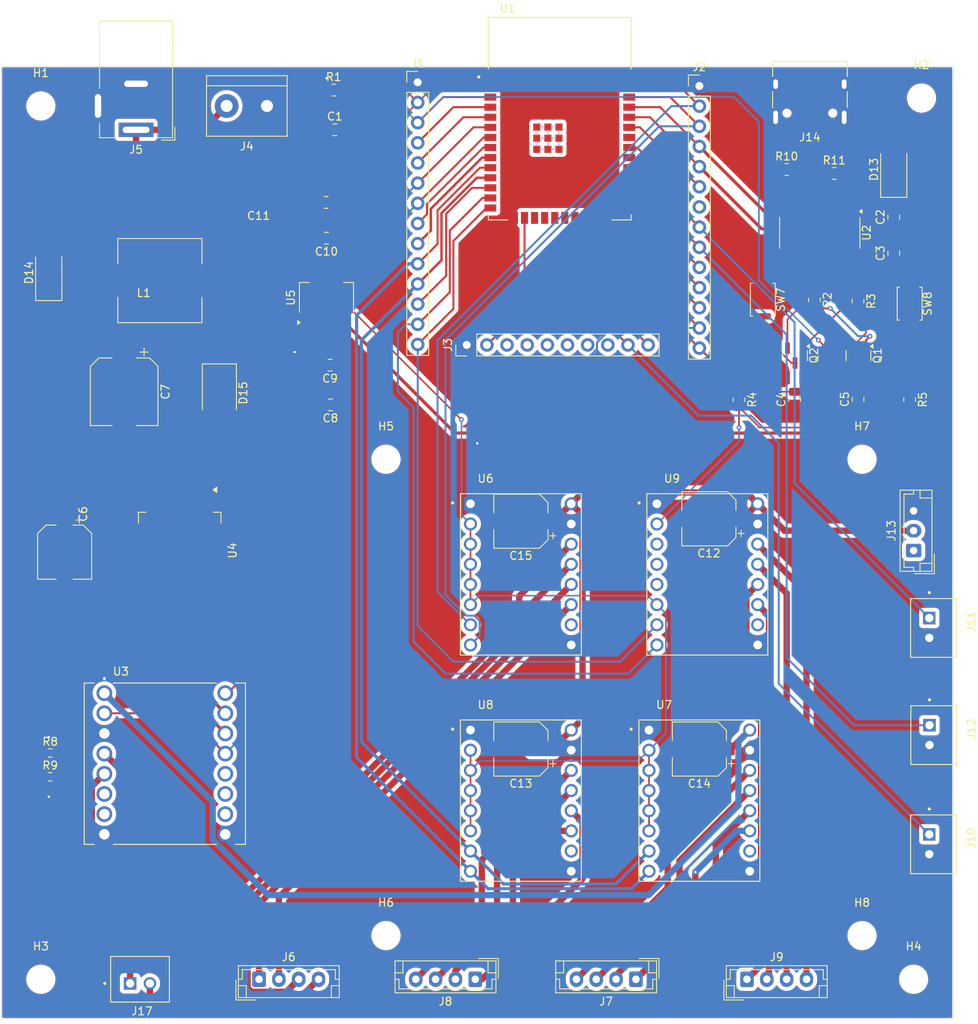
<source format=kicad_pcb>
(kicad_pcb (version 20241229) (generator "pcbnew") (generator_version "9.0")
  (layers (0 "F.Cu" signal) (2 "B.Cu" signal) (13 "F.Paste" user) (15 "B.Paste" user) (5 "F.SilkS" user "F.Silkscreen") (7 "B.SilkS" user "B.Silkscreen") (1 "F.Mask" user) (3 "B.Mask" user) (25 "Edge.Cuts" user))
  (net 0 "")
  (net 1 "GND")
  (net 2 "/EN")
  (net 3 "/3V3")
  (net 4 "Net-(U2-V3)")
  (net 5 "/0")
  (net 6 "Net-(D14-K)")
  (net 7 "/5V")
  (net 9 "/12V_P")
  (net 10 "/VBUSC")
  (net 11 "/12V")
  (net 12 "Net-(D15-K)")
  (net 13 "/25")
  (net 14 "/12")
  (net 15 "/14")
  (net 16 "/39")
  (net 17 "/36")
  (net 18 "/35")
  (net 19 "/27")
  (net 20 "/32")
  (net 21 "/26")
  (net 22 "/33")
  (net 23 "/34")
  (net 24 "/23")
  (net 25 "/21")
  (net 26 "/TXD")
  (net 28 "/22")
  (net 29 "/4")
  (net 30 "/18")
  (net 31 "/16")
  (net 32 "/17")
  (net 33 "/19")
  (net 34 "/RXD")
  (net 35 "/5")
  (net 39 "/2")
  (net 42 "/15")
  (net 44 "/13")
  (net 45 "/SM2_A1")
  (net 46 "/SM2_B1")
  (net 47 "/SM2_A2")
  (net 48 "/SM2_B2")
  (net 49 "/SM3_B2")
  (net 50 "/SM3_B1")
  (net 51 "/SM3_A1")
  (net 52 "/SM3_A2")
  (net 53 "/SM4_B1")
  (net 54 "/SM4_B2")
  (net 55 "/SM4_A1")
  (net 56 "/SM4_A2")
  (net 57 "/SM1_A2")
  (net 58 "/SM1_A1")
  (net 59 "/SM1_B2")
  (net 60 "/SM1_B1")
  (net 62 "/CC1")
  (net 63 "/DN1")
  (net 64 "/CC2")
  (net 65 "/DP1")
  (net 66 "/~{RTS}")
  (net 67 "Net-(Q1-Pad1)")
  (net 68 "Net-(Q2-Pad1)")
  (net 69 "/~{DTR}")
  (net 70 "Net-(U3-AI1)")
  (net 71 "Net-(U3-AI2)")
  (net 79 "/M1A")
  (net 80 "/M1B")
  (footprint "Motor Drivers:MODULE_ROB-14450" (layer "F.Cu") (at 70.626 137.85)
    (property "Reference" "U3")
    (property "Value" "TB6612FNG H-bridge Motor Driver")
  )
  (footprint "Resistor_SMD:R_0805_2012Metric" (layer "F.Cu") (at 149 63)
    (property "Reference" "R10")
    (property "Value" "5.1K")
  )
  (footprint "DRV8825_STEPPER_MOTOR_DRIVER_CARRIER (1):IC_DRV8825_STEPPER_MOTOR_DRIVER_CARRIER" (layer "F.Cu") (at 138 142.5)
    (property "Reference" "U7")
    (property "Value" "DRV8825_STEPPER_MOTOR_DRIVER_CARRIER")
  )
  (footprint "Package_TO_SOT_SMD:SOT-23" (layer "F.Cu") (at 150.05 86.4375 -90)
    (property "Reference" "Q2")
    (property "Value" "SS8050")
  )
  (footprint "2 Pin JST_Power&Motors:JST_B2B-XH-A_LF__SN_" (layer "F.Cu") (at 167.5 148 -90)
    (property "Reference" "J10")
    (property "Value" "B2B-XH-A_LF__SN_")
  )
  (footprint "Connector_JST:JST_EH_B4B-EH-A_1x04_P2.50mm_Vertical" (layer "F.Cu") (at 109.75 165 180)
    (property "Reference" "J8")
    (property "Value" "Conn_01x04_Pin")
  )
  (footprint "MountingHole:MountingHole_3.2mm_M3" (layer "F.Cu") (at 165 165)
    (property "Reference" "H4")
    (property "Value" "MountingHole")
  )
  (footprint "MountingHole:MountingHole_3.2mm_M3" (layer "F.Cu") (at 158.5 99.5)
    (property "Reference" "H7")
    (property "Value" "MountingHole")
  )
  (footprint "2 Pin JST_Power&Motors:JST_B2B-XH-A_LF__SN_" (layer "F.Cu") (at 167.5 120.75 -90)
    (property "Reference" "J11")
    (property "Value" "B2B-XH-A_LF__SN_")
  )
  (footprint "Resistor_SMD:R_0805_2012Metric" (layer "F.Cu") (at 155 63.5)
    (property "Reference" "R11")
    (property "Value" "5.1K")
  )
  (footprint "2 Pin JST_Power&Motors:JST_B2B-XH-A_LF__SN_" (layer "F.Cu") (at 67.5 165)
    (property "Reference" "J17")
    (property "Value" "B2B-XH-A_LF__SN_")
  )
  (footprint "Capacitor_SMD:C_0805_2012Metric" (layer "F.Cu") (at 92.05 58)
    (property "Reference" "C1")
    (property "Value" "0.1uF")
  )
  (footprint "MountingHole:MountingHole_3.2mm_M3" (layer "F.Cu") (at 166 54)
    (property "Reference" "H2")
    (property "Value" "MountingHole")
  )
  (footprint "Capacitor_SMD:C_0805_2012Metric" (layer "F.Cu") (at 91 71.65 180)
    (property "Reference" "C10")
    (property "Value" "0.1uF")
  )
  (footprint "Connector_PinHeader_2.54mm:PinHeader_1x10_P2.54mm_Vertical" (layer "F.Cu") (at 108.68 85.1 90)
    (property "Reference" "J3")
    (property "Value" "Conn_01x10" (hide yes))
  )
  (footprint "Capacitor_SMD:C_0805_2012Metric" (layer "F.Cu") (at 158 91.95 90)
    (property "Reference" "C5")
    (property "Value" "0.1uF")
  )
  (footprint "MountingHole:MountingHole_3.2mm_M3" (layer "F.Cu") (at 55 165)
    (property "Reference" "H3")
    (property "Value" "MountingHole")
  )
  (footprint "Capacitor_SMD:CP_Elec_6.3x7.7" (layer "F.Cu") (at 58 111.2 -90)
    (property "Reference" "C6")
    (property "Value" "100uF")
  )
  (footprint "Capacitor_SMD:C_0805_2012Metric" (layer "F.Cu") (at 162.5 73.55 90)
    (property "Reference" "C3")
    (property "Value" "0.1uF")
  )
  (footprint "MountingHole:MountingHole_3.2mm_M3" (layer "F.Cu") (at 98.5 99.5)
    (property "Reference" "H5")
    (property "Value" "MountingHole")
  )
  (footprint "Connector_PinHeader_2.54mm:PinHeader_1x14_P2.54mm_Vertical" (layer "F.Cu") (at 102.5 52.02)
    (property "Reference" "J1")
    (property "Value" "Conn_01x14")
  )
  (footprint "Resistor_SMD:R_0805_2012Metric" (layer "F.Cu") (at 158 79.5875 -90)
    (property "Reference" "R3")
    (property "Value" "10K")
  )
  (footprint "2 Pin JST_Power&Motors:JST_B2B-XH-A_LF__SN_" (layer "F.Cu") (at 167.525 134.25 -90)
    (property "Reference" "J12")
    (property "Value" "B2B-XH-A_LF__SN_")
  )
  (footprint "Capacitor_SMD:C_0805_2012Metric" (layer "F.Cu") (at 91.45 87.65 180)
    (property "Reference" "C9")
    (property "Value" "0.1uF")
  )
  (footprint "Diode_SMD:D_SMB" (layer "F.Cu") (at 77.5 91.15 -90)
    (property "Reference" "D15")
    (property "Value" "SS34")
  )
  (footprint "Connector_JST:JST_EH_B4B-EH-A_1x04_P2.50mm_Vertical" (layer "F.Cu") (at 144 165)
    (property "Reference" "J9")
    (property "Value" "Conn_01x04_Pin")
  )
  (footprint "MountingHole:MountingHole_3.2mm_M3" (layer "F.Cu") (at 55 55)
    (property "Reference" "H1")
    (property "Value" "MountingHole")
  )
  (footprint "Package_TO_SOT_SMD:TO-263-5_TabPin3" (layer "F.Cu") (at 72.5 111 -90)
    (property "Reference" "U4")
    (property "Value" "LM2576S-5")
  )
  (footprint "Package_TO_SOT_SMD:SOT-23" (layer "F.Cu") (at 158.05 86.4375 -90)
    (property "Reference" "Q1")
    (property "Value" "SS8050")
  )
  (footprint "ESP32-WROOM:XCVR_ESP32-WROOM-32E__4MB_HIGH_TEMP_" (layer "F.Cu") (at 120.405 56.6)
    (property "Reference" "U1")
    (property "Value" "ESP32-WROOM-32E" (hide yes))
  )
  (footprint "Connector_JST:JST_EH_B4B-EH-A_1x04_P2.50mm_Vertical" (layer "F.Cu") (at 82.5 165)
    (property "Reference" "J6")
    (property "Value" "Conn_01x04_Pin")
  )
  (footprint "DRV8825_STEPPER_MOTOR_DRIVER_CARRIER (1):IC_DRV8825_STEPPER_MOTOR_DRIVER_CARRIER" (layer "F.Cu") (at 139 114)
    (property "Reference" "U9")
    (property "Value" "DRV8825_STEPPER_MOTOR_DRIVER_CARRIER")
  )
  (footprint "Connector_JST:JST_EH_B4B-EH-A_1x04_P2.50mm_Vertical" (layer "F.Cu") (at 130 165 180)
    (property "Reference" "J7")
    (property "Value" "Conn_01x04_Pin")
  )
  (footprint "Button_Switch_SMD:SW_Push_SPST_NO_Alps_SKRK" (layer "F.Cu") (at 146 79.4 -90)
    (property "Reference" "SW7")
    (property "Value" "SW_0")
  )
  (footprint "DRV8825_STEPPER_MOTOR_DRIVER_CARRIER (1):IC_DRV8825_STEPPER_MOTOR_DRIVER_CARRIER" (layer "F.Cu") (at 115.5 114)
    (property "Reference" "U6")
    (property "Value" "DRV8825_STEPPER_MOTOR_DRIVER_CARRIER")
  )
  (footprint "Resistor_SMD:R_0603_1608Metric" (layer "F.Cu") (at 56.175 139.5)
    (property "Reference" "R9")
    (property "Value" "1k")
  )
  (footprint "Connector_USB:USB_C_Receptacle_HRO_TYPE-C-31-M-12" (layer "F.Cu") (at 151.93 53.3 180)
    (property "Reference" "J14")
    (property "Value" "USB_C_Receptacle_USB2.0_16P")
  )
  (footprint "MountingHole:MountingHole_3.2mm_M3" (layer "F.Cu") (at 158.5 159.5)
    (property "Reference" "H8")
    (property "Value" "MountingHole")
  )
  (footprint "Connector_BarrelJack:BarrelJack_Wuerth_6941xx301002" (layer "F.Cu") (at 67 58 180)
    (property "Reference" "J5")
    (property "Value" "DCJ200-10-A-XX-X_REVA")
  )
  (footprint "Package_SO:SOIC-16_3.9x9.9mm_P1.27mm" (layer "F.Cu") (at 153.175 70.975 -90)
    (property "Reference" "U2")
    (property "Value" "CH340C")
  )
  (footprint "Capacitor_SMD:C_0805_2012Metric" (layer "F.Cu") (at 150 91.95 90)
    (property "Reference" "C4")
    (property "Value" "0.1uF")
  )
  (footprint "Capacitor_SMD:CP_Elec_6.3x7.7" (layer "F.Cu") (at 138 136 180)
    (property "Reference" "C14")
    (property "Value" "100u")
  )
  (footprint "Resistor_SMD:R_0805_2012Metric" (layer "F.Cu") (at 91.9125 53)
    (property "Reference" "R1")
    (property "Value" "10K")
  )
  (footprint "Resistor_SMD:R_0805_2012Metric" (layer "F.Cu") (at 164.5 92 -90)
    (property "Reference" "R5")
    (property "Value" "10K")
  )
  (footprint "Button_Switch_SMD:SW_Push_SPST_NO_Alps_SKRK" (layer "F.Cu") (at 164.5 79.9 -90)
    (property "Reference" "SW8")
    (property "Value" "SW_EN")
  )
  (footprint "Resistor_SMD:R_0805_2012Metric" (layer "F.Cu") (at 152.5 79.4125 -90)
    (property "Reference" "R2")
    (property "Value" "10K")
  )
  (footprint "Capacitor_SMD:CP_Elec_6.3x7.7" (layer "F.Cu") (at 115.5 136 180)
    (property "Reference" "C13")
    (property "Value" "100u")
  )
  (footprint "Connector_JST:JST_EH_B3B-EH-A_1x03_P2.50mm_Vertical" (layer "F.Cu") (at 165 111 90)
    (property "Reference" "J13")
    (property "Value" "Conn_01x03_Pin")
  )
  (footprint "DRV8825_STEPPER_MOTOR_DRIVER_CARRIER (1):IC_DRV8825_STEPPER_MOTOR_DRIVER_CARRIER" (layer "F.Cu") (at 115.5 142.5)
    (property "Reference" "U8")
    (property "Value" "DRV8825_STEPPER_MOTOR_DRIVER_CARRIER")
  )
  (footprint "Connector_PinHeader_2.54mm:PinHeader_1x14_P2.54mm_Vertical" (layer "F.Cu") (at 138 52.48)
    (property "Reference" "J2")
    (property "Value" "Conn_01x14")
  )
  (footprint "Diode_SMD:D_SMA" (layer "F.Cu") (at 162.5 63 90)
    (property "Reference" "D13")
    (property "Value" "SS14")
  )
  (footprint "Diode_SMD:D_SMA" (layer "F.Cu") (at 56 76 90)
    (property "Reference" "D14")
    (property "Value" "SS24")
  )
  (footprint "Capacitor_SMD:CP_Elec_8x10" (layer "F.Cu") (at 65.5 91 -90)
    (property "Reference" "C7")
    (property "Value" "470uF")
  )
  (footprint "Resistor_SMD:R_0603_1608Metric" (layer "F.Cu") (at 56.175 136.5)
    (property "Reference" "R8")
    (property "Value" "1k")
  )
  (footprint "Capacitor_SMD:C_0805_2012Metric" (layer "F.Cu") (at 90.95 67.15 180)
    (property "Reference" "C11")
    (property "Value" "22uF")
  )
  (footprint "MountingHole:MountingHole_3.2mm_M3" (layer "F.Cu") (at 98.5 159.5)
    (property "Reference" "H6")
    (property "Value" "MountingHole")
  )
  (footprint "Capacitor_SMD:CP_Elec_6.3x7.7" (layer "F.Cu") (at 139.2 107 180)
    (property "Reference" "C12")
    (property "Value" "100u")
  )
  (footprint "Resistor_SMD:R_0805_2012Metric" (layer "F.Cu") (at 143 92 -90)
    (property "Reference" "R4")
    (property "Value" "10K")
  )
  (footprint "Inductor_SMD:L_10.4x10.4_H4.8" (layer "F.Cu") (at 70 77 180)
    (property "Reference" "L1")
    (property "Value" "100uH")
  )
  (footprint "Capacitor_SMD:C_0805_2012Metric" (layer "F.Cu") (at 91.5 92.65 180)
    (property "Reference" "C8")
    (property "Value" "10uF")
  )
  (footprint "Package_TO_SOT_SMD:SOT-223-3_TabPin2" (layer "F.Cu") (at 91 79.15 90)
    (property "Reference" "U5")
    (property "Value" "AMS1117-3.3")
  )
  (footprint "TerminalBlock:TerminalBlock_bornier-2_P5.08mm" (layer "F.Cu") (at 83.5 55 180)
    (property "Reference" "J4")
    (property "Value" "Screw_Terminal_01x02")
  )
  (footprint "Capacitor_SMD:CP_Elec_6.3x7.7" (layer "F.Cu") (at 115.5 107.3 180)
    (property "Reference" "C15")
    (property "Value" "100u")
  )
  (footprint "Capacitor_SMD:C_0805_2012Metric" (layer "F.Cu") (at 162.5 69 90)
    (property "Reference" "C2")
    (property "Value" "0.1uF")
  )
  (gr_rect (start 50 50) (end 170 170) (stroke (width 0.05)) (fill no) (layer "Edge.Cuts"))
  (segment (start 134.04 136) (end 131.65 133.61) (width 0.8) (layer "F.Cu") (net 1))
  (segment (start 90 67.15) (end 90 61) (width 0.2) (layer "F.Cu") (net 1))
  (segment (start 135.3 136) (end 134.04 136) (width 0.8) (layer "F.Cu") (net 1))
  (segment (start 70.140576 106.251) (end 72.249 106.251) (width 0.8) (layer "F.Cu") (net 1))
  (segment (start 69.1 103.35) (end 69.1 105.210424) (width 0.8) (layer "F.Cu") (net 1))
  (segment (start 69.1 105.210424) (end 70.140576 106.251) (width 0.8) (layer "F.Cu") (net 1))
  (segment (start 72.5 106) (end 72.5 103.35) (width 0.8) (layer "F.Cu") (net 1))
  (segment (start 90 61) (end 93 58) (width 0.2) (layer "F.Cu") (net 1))
  (segment (start 72.249 106.251) (end 72.5 106) (width 0.8) (layer "F.Cu") (net 1))
  (segment (start 105.72 53.88) (end 102.5 57.1) (width 0.25) (layer "F.Cu") (net 2))
  (segment (start 158 91) (end 164.4125 91) (width 0.2) (layer "F.Cu") (net 2))
  (segment (start 158.05 87.375) (end 155.875 87.375) (width 0.2) (layer "F.Cu") (net 2))
  (segment (start 158.05 90.95) (end 158 91) (width 0.2) (layer "F.Cu") (net 2))
  (segment (start 91.1 53.6) (end 91.1 58) (width 0.2) (layer "F.Cu") (net 2))
  (segment (start 91 51.5) (end 91 53) (width 0.2) (layer "F.Cu") (net 2))
  (segment (start 91 53) (end 91 53.5) (width 0.2) (layer "F.Cu") (net 2))
  (segment (start 155.875 87.375) (end 153 84.5) (width 0.2) (layer "F.Cu") (net 2))
  (segment (start 111.655 53.88) (end 105.72 53.88) (width 0.25) (layer "F.Cu") (net 2))
  (segment (start 158.05 87.375) (end 158.05 90.95) (width 0.2) (layer "F.Cu") (net 2))
  (segment (start 164.5 82) (end 159.5 87) (width 0.2) (layer "F.Cu") (net 2))
  (segment (start 158.425 87) (end 158.05 87.375) (width 0.2) (layer "F.Cu") (net 2))
  (segment (start 164.4125 91) (end 164.5 91.0875) (width 0.2) (layer "F.Cu") (net 2))
  (segment (start 91 53.5) (end 91.1 53.6) (width 0.2) (layer "F.Cu") (net 2))
  (segment (start 159.5 87) (end 158.425 87) (width 0.2) (layer "F.Cu") (net 2))
  (via (at 153 84.5) (size 0.6) (drill 0.3) (layers "F.Cu" "B.Cu") (net 2))
  (via (at 91 51.5) (size 0.6) (drill 0.3) (layers "F.Cu" "B.Cu") (net 2))
  (segment (start 96.9 51.5) (end 91 51.5) (width 0.2) (layer "B.Cu") (net 2))
  (segment (start 145.5 77) (end 145.5 57) (width 0.2) (layer "B.Cu") (net 2))
  (segment (start 145.5 57) (end 142.369 53.869) (width 0.2) (layer "B.Cu") (net 2))
  (segment (start 142.369 53.869) (end 105.731 53.869) (width 0.2) (layer "B.Cu") (net 2))
  (segment (start 105.731 53.869) (end 102.5 57.1) (width 0.2) (layer "B.Cu") (net 2))
  (segment (start 102.5 57.1) (end 96.9 51.5) (width 0.2) (layer "B.Cu") (net 2))
  (segment (start 153 84.5) (end 145.5 77) (width 0.2) (layer "B.Cu") (net 2))
  (segment (start 102.5 54.56) (end 100.94 53) (width 0.2) (layer "F.Cu") (net 3))
  (segment (start 165.801 91.6115) (end 164.5 92.9125) (width 0.2) (layer "F.Cu") (net 3))
  (segment (start 161.9125 95.5) (end 145.5 95.5) (width 0.2) (layer "F.Cu") (net 3))
  (segment (start 143 92.9125) (end 143 95.5) (width 0.2) (layer "F.Cu") (net 3))
  (segment (start 109.15 117.81) (end 109.15 115.27) (width 0.2) (layer "F.Cu") (net 3))
  (segment (start 109.15 112.73) (end 109.15 107.65) (width 0.2) (layer "F.Cu") (net 3))
  (segment (start 91 76) (end 91 82.3) (width 0.2) (layer "F.Cu") (net 3))
  (segment (start 111.655 52.61) (end 104.45 52.61) (width 0.2) (layer "F.Cu") (net 3))
  (segment (start 164.5 92.9125) (end 161.9125 95.5) (width 0.2) (layer "F.Cu") (net 3))
  (segment (start 94.499 80.999) (end 108 94.5) (width 0.2) (layer "F.Cu") (net 3))
  (segment (start 157.62 73.45) (end 161.12 69.95) (width 0.2) (layer "F.Cu") (net 3))
  (segment (start 91.9 67.15) (end 91.9 71.6) (width 0.2) (layer "F.Cu") (net 3))
  (segment (start 109.15 136.15) (end 109.15 146.31) (width 0.2) (layer "F.Cu") (net 3))
  (segment (start 145.5 95.5) (end 145.5 95.4125) (width 0.2) (layer "F.Cu") (net 3))
  (segment (start 157.919999 73.45) (end 165.801 81.331001) (width 0.2) (layer "F.Cu") (net 3))
  (segment (start 91.599 82.899) (end 91 82.3) (width 0.2) (layer "F.Cu") (net 3))
  (segment (start 91.9 65.16) (end 102.5 54.56) (width 0.2) (layer "F.Cu") (net 3))
  (segment (start 109.15 112.73) (end 109.15 117.81) (width 0.2) (layer "F.Cu") (net 3))
  (segment (start 131.65 136.15) (end 131.65 146.31) (width 0.2) (layer "F.Cu") (net 3))
  (segment (start 90.7 82.3) (end 91 82.3) (width 0.25) (layer "F.Cu") (net 3))
  (segment (start 108.72 136.58) (end 109.15 136.15) (width 0.25) (layer "F.Cu") (net 3))
  (segment (start 157.62 73.45) (end 157.919999 73.45) (width 0.2) (layer "F.Cu") (net 3))
  (segment (start 165.801 81.331001) (end 165.801 91.6115) (width 0.2) (layer "F.Cu") (net 3))
  (segment (start 73.166 131.5) (end 78.246 136.58) (width 0.25) (layer "F.Cu") (net 3))
  (segment (start 91 82.3) (end 92.301 80.999) (width 0.2) (layer "F.Cu") (net 3))
  (segment (start 145.5 95.4125) (end 143 92.9125) (width 0.2) (layer "F.Cu") (net 3))
  (segment (start 102.5 54.56) (end 102.54 54.6) (width 0.3) (layer "F.Cu") (net 3))
  (segment (start 92.301 80.999) (end 94.499 80.999) (width 0.2) (layer "F.Cu") (net 3))
  (segment (start 100.94 53) (end 92.825 53) (width 0.2) (layer "F.Cu") (net 3))
  (segment (start 91.9 71.6) (end 91.95 71.65) (width 0.2) (layer "F.Cu") (net 3))
  (segment (start 91.95 71.65) (end 91.95 75.05) (width 0.2) (layer "F.Cu") (net 3))
  (segment (start 109.15 110.19) (end 108.47884 110.19) (width 0.2) (layer "F.Cu") (net 3))
  (segment (start 109.15 115.27) (end 109.15 112.73) (width 0.2) (layer "F.Cu") (net 3))
  (segment (start 63.006 131.5) (end 73.166 131.5) (width 0.25) (layer "F.Cu") (net 3))
  (segment (start 91.9 67.15) (end 91.9 65.16) (width 0.2) (layer "F.Cu") (net 3))
  (segment (start 104.45 52.61) (end 102.5 54.56) (width 0.2) (layer "F.Cu") (net 3))
  (segment (start 161.12 69.95) (end 162.5 69.95) (width 0.2) (layer "F.Cu") (net 3))
  (segment (start 91.95 75.05) (end 91 76) (width 0.2) (layer "F.Cu") (net 3))
  (segment (start 87 86) (end 90.7 82.3) (width 0.25) (layer "F.Cu") (net 3))
  (via (at 108 94.5) (size 0.6) (drill 0.3) (layers "F.Cu" "B.Cu") (net 3))
  (via (at 87 86) (size 0.6) (drill 0.3) (layers "F.Cu" "B.Cu") (net 3))
  (via (at 143 95.5) (size 0.6) (drill 0.3) (layers "F.Cu" "B.Cu") (net 3))
  (segment (start 109.15 117.81) (end 110.276 116.684) (width 0.2) (layer "B.Cu") (net 3))
  (segment (start 131.65 136.15) (end 133.776 134.024) (width 0.2) (layer "B.Cu") (net 3))
  (segment (start 109.15 138.69) (end 110.34 137.5) (width 0.2) (layer "B.Cu") (net 3))
  (segment (start 131.524 116.684) (end 132.65 117.81) (width 0.2) (layer "B.Cu") (net 3))
  (segment (start 133.776 134.024) (end 133.776 118.936) (width 0.2) (layer "B.Cu") (net 3))
  (segment (start 143 95.5) (end 143 97.3) (width 0.2) (layer "B.Cu") (net 3))
  (segment (start 108.024 94.524) (end 108.024 106.524) (width 0.2) (layer "B.Cu") (net 3))
  (segment (start 108.024 106.524) (end 109.15 107.65) (width 0.2) (layer "B.Cu") (net 3))
  (segment (start 110.276 137.564) (end 109.15 138.69) (width 0.2) (layer "B.Cu") (net 3))
  (segment (start 110.276 116.684) (end 131.524 116.684) (width 0.2) (layer "B.Cu") (net 3))
  (segment (start 143 97.3) (end 132.65 107.65) (width 0.2) (layer "B.Cu") (net 3))
  (segment (start 87 127.826) (end 87 86) (width 0.25) (layer "B.Cu") (net 3))
  (segment (start 110.34 137.5) (end 130.3 137.5) (width 0.2) (layer "B.Cu") (net 3))
  (segment (start 108.72 136.58) (end 109.15 136.15) (width 0.25) (layer "B.Cu") (net 3))
  (segment (start 78.246 136.58) (end 87 127.826) (width 0.25) (layer "B.Cu") (net 3))
  (segment (start 133.776 118.936) (end 132.65 117.81) (width 0.2) (layer "B.Cu") (net 3))
  (segment (start 130.3 137.5) (end 131.65 136.15) (width 0.2) (layer "B.Cu") (net 3))
  (segment (start 163.626 67.52342) (end 163.626 73.374) (width 0.4) (layer "F.Cu") (net 4))
  (segment (start 163.626 73.374) (end 162.5 74.5) (width 0.4) (layer "F.Cu") (net 4))
  (segment (start 153.81 68.5) (end 153.81 67.525001) (width 0.4) (layer "F.Cu") (net 4))
  (segment (start 154.211001 67.124) (end 163.22658 67.124) (width 0.4) (layer "F.Cu") (net 4))
  (segment (start 163.22658 67.124) (end 163.626 67.52342) (width 0.4) (layer "F.Cu") (net 4))
  (segment (start 153.81 67.525001) (end 154.211001 67.124) (width 0.4) (layer "F.Cu") (net 4))
  (segment (start 149.595532 87.375) (end 150.05 87.375) (width 0.2) (layer "F.Cu") (net 5))
  (segment (start 150 88) (end 150 91) (width 0.2) (layer "F.Cu") (net 5))
  (segment (start 146 81.5) (end 146 83.779468) (width 0.2) (layer "F.Cu") (net 5))
  (segment (start 138 85.5) (end 143 90.5) (width 0.25) (layer "F.Cu") (net 5))
  (segment (start 143 90.5) (end 143 91.0875) (width 0.25) (layer "F.Cu") (net 5))
  (segment (start 138 85.5) (end 138 84.781529) (width 0.3) (layer "F.Cu") (net 5))
  (segment (start 146 83.779468) (end 149.595532 87.375) (width 0.2) (layer "F.Cu") (net 5))
  (segment (start 150.05 87.95) (end 150 88) (width 0.2) (layer "F.Cu") (net 5))
  (segment (start 150 91) (end 143.0875 91) (width 0.2) (layer "F.Cu") (net 5))
  (segment (start 143.0875 91) (end 143 91.0875) (width 0.2) (layer "F.Cu") (net 5))
  (segment (start 129.155 76.655) (end 138 85.5) (width 0.25) (layer "F.Cu") (net 5))
  (segment (start 150.05 87.375) (end 150.05 87.95) (width 0.2) (layer "F.Cu") (net 5))
  (segment (start 129.155 67.85) (end 129.155 76.655) (width 0.25) (layer "F.Cu") (net 5))
  (segment (start 78 119.5) (end 80.5 117) (width 0.8) (layer "F.Cu") (net 6))
  (segment (start 58 110) (end 67.5 119.5) (width 0.8) (layer "F.Cu") (net 6))
  (segment (start 80.5 107.95) (end 75.9 103.35) (width 0.8) (layer "F.Cu") (net 6))
  (segment (start 67.5 119.5) (end 78 119.5) (width 0.8) (layer "F.Cu") (net 6))
  (segment (start 80.5 117) (end 80.5 107.95) (width 0.8) (layer "F.Cu") (net 6))
  (segment (start 56 78) (end 56 106.5) (width 0.8) (layer "F.Cu") (net 6))
  (segment (start 56 106.5) (end 58 108.5) (width 0.8) (layer "F.Cu") (net 6))
  (segment (start 58 108.5) (end 58 110) (width 0.8) (layer "F.Cu") (net 6))
  (segment (start 65.5 87.75) (end 70.8 93.05) (width 0.4) (layer "F.Cu") (net 7))
  (segment (start 93.3 82.3) (end 93.3 86.75) (width 0.4) (layer "F.Cu") (net 7))
  (segment (start 92.4 92.6) (end 92.45 92.65) (width 0.4) (layer "F.Cu") (net 7))
  (segment (start 83 88) (end 90 95) (width 0.4) (layer "F.Cu") (net 7))
  (segment (start 162.5 65) (end 166.302 68.802) (width 0.4) (layer "F.Cu") (net 7))
  (segment (start 166.302 68.802) (end 166.302 92.75058) (width 0.4) (layer "F.Cu") (net 7))
  (segment (start 65.85 77) (end 65.85 87.4) (width 0.4) (layer "F.Cu") (net 7))
  (segment (start 162.85158 96.201) (end 107.201 96.201) (width 0.4) (layer "F.Cu") (net 7))
  (segment (start 90 95) (end 91.5 95) (width 0.4) (layer "F.Cu") (net 7))
  (segment (start 93.3 86.75) (end 92.4 87.65) (width 0.4) (layer "F.Cu") (net 7))
  (segment (start 80.5 72) (end 83 74.5) (width 0.4) (layer "F.Cu") (net 7))
  (segment (start 65.85 75.15) (end 69 72) (width 0.4) (layer "F.Cu") (net 7))
  (segment (start 70.8 93.05) (end 70.8 103.35) (width 0.4) (layer "F.Cu") (net 7))
  (segment (start 107.201 96.201) (end 93.3 82.3) (width 0.4) (layer "F.Cu") (net 7))
  (segment (start 92.45 94.05) (end 92.45 92.65) (width 0.4) (layer "F.Cu") (net 7))
  (segment (start 92.4 87.65) (end 92.4 92.6) (width 0.4) (layer "F.Cu") (net 7))
  (segment (start 65.85 87.4) (end 65.5 87.75) (width 0.4) (layer "F.Cu") (net 7))
  (segment (start 91.5 95) (end 92.45 94.05) (width 0.4) (layer "F.Cu") (net 7))
  (segment (start 83 74.5) (end 83 88) (width 0.4) (layer "F.Cu") (net 7))
  (segment (start 69 72) (end 80.5 72) (width 0.4) (layer "F.Cu") (net 7))
  (segment (start 65.85 77) (end 65.85 75.15) (width 0.4) (layer "F.Cu") (net 7))
  (segment (start 166.302 92.75058) (end 162.85158 96.201) (width 0.4) (layer "F.Cu") (net 7))
  (segment (start 141.9 107) (end 143.46 107) (width 0.8) (layer "F.Cu") (net 9))
  (segment (start 121.85 133.61) (end 123.276 132.184) (width 0.8) (layer "F.Cu") (net 9))
  (segment (start 140.7 136) (end 141.96 136) (width 0.8) (layer "F.Cu") (net 9))
  (segment (start 141.96 136) (end 144.35 133.61) (width 0.8) (layer "F.Cu") (net 9))
  (segment (start 121.85 105.11) (end 123.276 103.684) (width 0.8) (layer "F.Cu") (net 9))
  (segment (start 119.66 107.3) (end 121.85 105.11) (width 0.8) (layer "F.Cu") (net 9))
  (segment (start 123.276 103.684) (end 143.924 103.684) (width 0.8) (layer "F.Cu") (net 9))
  (segment (start 119.46 136) (end 121.85 133.61) (width 0.8) (layer "F.Cu") (net 9))
  (segment (start 123.276 106.536) (end 121.85 105.11) (width 0.8) (layer "F.Cu") (net 9))
  (segment (start 123.276 132.184) (end 123.276 106.536) (width 0.8) (layer "F.Cu") (net 9))
  (segment (start 143.46 107) (end 145.35 105.11) (width 0.8) (layer "F.Cu") (net 9))
  (segment (start 165 108.5) (end 148.74 108.5) (width 0.8) (layer "F.Cu") (net 9))
  (segment (start 118.2 107.3) (end 119.66 107.3) (width 0.8) (layer "F.Cu") (net 9))
  (segment (start 148.74 108.5) (end 145.35 105.11) (width 0.8) (layer "F.Cu") (net 9))
  (segment (start 140.7 108.2) (end 140.7 136) (width 0.8) (layer "F.Cu") (net 9))
  (segment (start 118.2 136) (end 119.46 136) (width 0.8) (layer "F.Cu") (net 9))
  (segment (start 143.924 103.684) (end 145.35 105.11) (width 0.8) (layer "F.Cu") (net 9))
  (segment (start 141.9 107) (end 140.7 108.2) (width 0.8) (layer "F.Cu") (net 9))
  (segment (start 83.657986 154.402) (end 131.598 154.402) (width 0.8) (layer "B.Cu") (net 9))
  (segment (start 76.655 147.399014) (end 83.657986 154.402) (width 0.8) (layer "B.Cu") (net 9))
  (segment (start 76.655 142.609) (end 76.655 147.399014) (width 0.8) (layer "B.Cu") (net 9))
  (segment (start 142.924 143.076) (end 142.924 135.036) (width 0.8) (layer "B.Cu") (net 9))
  (segment (start 63.006 128.96) (end 76.655 142.609) (width 0.8) (layer "B.Cu") (net 9))
  (segment (start 131.598 154.402) (end 142.924 143.076) (width 0.8) (layer "B.Cu") (net 9))
  (segment (start 142.924 135.036) (end 144.35 133.61) (width 0.8) (layer "B.Cu") (net 9))
  (segment (start 149.48 57.345) (end 149.48 56.568) (width 0.2) (layer "F.Cu") (net 10))
  (segment (start 154.38 57.345) (end 154.38 58.12) (width 0.2) (layer "F.Cu") (net 10))
  (segment (start 157.26 61) (end 162.5 61) (width 0.2) (layer "F.Cu") (net 10))
  (segment (start 154.279 56.319) (end 154.38 56.42) (width 0.2) (layer "F.Cu") (net 10))
  (segment (start 154.38 56.42) (end 154.38 57.345) (width 0.2) (layer "F.Cu") (net 10))
  (segment (start 149.729 56.319) (end 154.279 56.319) (width 0.2) (layer "F.Cu") (net 10))
  (segment (start 154.38 58.12) (end 157.26 61) (width 0.2) (layer "F.Cu") (net 10))
  (segment (start 149.48 56.568) (end 149.729 56.319) (width 0.2) (layer "F.Cu") (net 10))
  (segment (start 67 63) (end 56 74) (width 0.8) (layer "F.Cu") (net 11))
  (segment (start 75.42 58) (end 78.42 55) (width 0.8) (layer "F.Cu") (net 11))
  (segment (start 67 58) (end 67 63) (width 0.8) (layer "F.Cu") (net 11))
  (segment (start 67 58) (end 75.42 58) (width 0.8) (layer "F.Cu") (net 11))
  (segment (start 74.2 92.3) (end 74.2 103.35) (width 0.4) (layer "F.Cu") (net 12))
  (segment (start 74.15 77) (end 74.15 85.65) (width 0.4) (layer "F.Cu") (net 12))
  (segment (start 77.5 89) (end 74.2 92.3) (width 0.4) (layer "F.Cu") (net 12))
  (segment (start 74.15 85.65) (end 77.5 89) (width 0.4) (layer "F.Cu") (net 12))
  (segment (start 111.655 62.77) (end 110.358 62.77) (width 0.25) (layer "F.Cu") (net 13))
  (segment (start 110.358 62.77) (end 105 68.128) (width 0.25) (layer "F.Cu") (net 13))
  (segment (start 105 68.128) (end 105 72.38) (width 0.25) (layer "F.Cu") (net 13))
  (segment (start 105 72.38) (end 102.5 74.88) (width 0.25) (layer "F.Cu") (net 13))
  (segment (start 94.799 81.378919) (end 101.297919 74.88) (width 0.4) (layer "B.Cu") (net 13))
  (segment (start 101.297919 74.88) (end 102.5 74.88) (width 0.4) (layer "B.Cu") (net 13))
  (segment (start 109.15 151.39) (end 111.361 153.601) (width 0.4) (layer "B.Cu") (net 13))
  (segment (start 94.799 137.039) (end 94.799 81.378919) (width 0.4) (layer "B.Cu") (net 13))
  (segment (start 109.15 151.39) (end 94.799 137.039) (width 0.4) (layer "B.Cu") (net 13))
  (segment (start 111.361 153.601) (end 129.439 153.601) (width 0.4) (layer "B.Cu") (net 13))
  (segment (start 129.439 153.601) (end 131.65 151.39) (width 0.4) (layer "B.Cu") (net 13))
  (segment (start 111.655 67.85) (end 111.15 67.85) (width 0.25) (layer "F.Cu") (net 14))
  (segment (start 107 80.54) (end 102.5 85.04) (width 0.25) (layer "F.Cu") (net 14))
  (segment (start 111.15 67.85) (end 107 72) (width 0.25) (layer "F.Cu") (net 14))
  (segment (start 107 72) (end 107 80.54) (width 0.25) (layer "F.Cu") (net 14))
  (segment (start 102.5 120.5) (end 102.5 85.04) (width 0.25) (layer "B.Cu") (net 14))
  (segment (start 107 125) (end 102.5 120.5) (width 0.25) (layer "B.Cu") (net 14))
  (segment (start 128 125) (end 107 125) (width 0.25) (layer "B.Cu") (net 14))
  (segment (start 132.65 120.35) (end 128 125) (width 0.25) (layer "B.Cu") (net 14))
  (segment (start 106.537583 78.462417) (end 102.5 82.5) (width 0.25) (layer "F.Cu") (net 15))
  (segment (start 106.537583 70.697417) (end 106.537583 78.462417) (width 0.25) (layer "F.Cu") (net 15))
  (segment (start 111.655 66.58) (end 110.655 66.58) (width 0.25) (layer "F.Cu") (net 15))
  (segment (start 110.655 66.58) (end 106.537583 70.697417) (width 0.25) (layer "F.Cu") (net 15))
  (segment (start 100 91) (end 100 83.5) (width 0.25) (layer "B.Cu") (net 15))
  (segment (start 106 126.5) (end 102 122.5) (width 0.25) (layer "B.Cu") (net 15))
  (segment (start 101 82.5) (end 102.5 82.5) (width 0.25) (layer "B.Cu") (net 15))
  (segment (start 129.04 126.5) (end 106 126.5) (width 0.25) (layer "B.Cu") (net 15))
  (segment (start 102 93) (end 100 91) (width 0.25) (layer "B.Cu") (net 15))
  (segment (start 102 122.5) (end 102 93) (width 0.25) (layer "B.Cu") (net 15))
  (segment (start 132.65 122.89) (end 129.04 126.5) (width 0.25) (layer "B.Cu") (net 15))
  (segment (start 100 83.5) (end 101 82.5) (width 0.25) (layer "B.Cu") (net 15))
  (segment (start 108.26 56.42) (end 102.5 62.18) (width 0.25) (layer "F.Cu") (net 16))
  (segment (start 111.655 56.42) (end 108.26 56.42) (width 0.25) (layer "F.Cu") (net 16))
  (segment (start 106.99 55.15) (end 102.5 59.64) (width 0.25) (layer "F.Cu") (net 17))
  (segment (start 111.655 55.15) (end 106.99 55.15) (width 0.25) (layer "F.Cu") (net 17))
  (segment (start 55.35 139.5) (end 55.35 141.35) (width 0.25) (layer "F.Cu") (net 18))
  (segment (start 110.8 58.96) (end 102.5 67.26) (width 0.25) (layer "F.Cu") (net 18))
  (segment (start 111.655 58.96) (end 110.8 58.96) (width 0.25) (layer "F.Cu") (net 18))
  (segment (start 55.35 141.35) (end 56 142) (width 0.25) (layer "F.Cu") (net 18))
  (via (at 56 142) (size 0.6) (drill 0.3) (layers "F.Cu" "B.Cu") (net 18))
  (segment (start 56.626 141.374) (end 56.626 113.134) (width 0.25) (layer "B.Cu") (net 18))
  (segment (start 56 142) (end 56.626 141.374) (width 0.25) (layer "B.Cu") (net 18))
  (segment (start 56.626 113.134) (end 102.5 67.26) (width 0.25) (layer "B.Cu") (net 18))
  (segment (start 111.655 65.31) (end 109.363166 65.31) (width 0.25) (layer "F.Cu") (net 19))
  (segment (start 106.086583 76.373417) (end 102.5 79.96) (width 0.25) (layer "F.Cu") (net 19))
  (segment (start 109.363166 65.31) (end 106.086583 68.586583) (width 0.25) (layer "F.Cu") (net 19))
  (segment (start 106.086583 68.586583) (end 106.086583 76.373417) (width 0.25) (layer "F.Cu") (net 19))
  (segment (start 103.676 68.624) (end 102.5 69.8) (width 0.25) (layer "F.Cu") (net 20))
  (segment (start 103.676 67.324) (end 103.676 68.624) (width 0.25) (layer "F.Cu") (net 20))
  (segment (start 111.655 60.23) (end 110.77 60.23) (width 0.25) (layer "F.Cu") (net 20))
  (segment (start 110.77 60.23) (end 103.676 67.324) (width 0.25) (layer "F.Cu") (net 20))
  (segment (start 111.655 64.04) (end 109.96 64.04) (width 0.3) (layer "F.Cu") (net 21))
  (segment (start 105.5 68.5) (end 105.5 74.42) (width 0.3) (layer "F.Cu") (net 21))
  (segment (start 105.5 74.42) (end 102.5 77.42) (width 0.3) (layer "F.Cu") (net 21))
  (segment (start 109.96 64.04) (end 105.5 68.5) (width 0.3) (layer "F.Cu") (net 21))
  (segment (start 95.4 135.1) (end 95.4 84.5) (width 0.4) (layer "B.Cu") (net 21))
  (segment (start 98.44 81.46) (end 95.4 84.5) (width 0.4) (layer "B.Cu") (net 21))
  (segment (start 127.5 153) (end 131.65 148.85) (width 0.4) (layer "B.Cu") (net 21))
  (segment (start 98.46 81.46) (end 98.44 81.46) (width 0.4) (layer "B.Cu") (net 21))
  (segment (start 109.15 148.85) (end 95.4 135.1) (width 0.4) (layer "B.Cu") (net 21))
  (segment (start 109.15 148.85) (end 113.3 153) (width 0.4) (layer "B.Cu") (net 21))
  (segment (start 113.3 153) (end 127.5 153) (width 0.4) (layer "B.Cu") (net 21))
  (segment (start 98.46 81.46) (end 102.5 77.42) (width 0.4) (layer "B.Cu") (net 21))
  (segment (start 104.152 70.688) (end 102.5 72.34) (width 0.3) (layer "F.Cu") (net 22))
  (segment (start 110.605 61.5) (end 104.152 67.953) (width 0.3) (layer "F.Cu") (net 22))
  (segment (start 104.152 67.953) (end 104.152 70.688) (width 0.3) (layer "F.Cu") (net 22))
  (segment (start 111.655 61.5) (end 110.605 61.5) (width 0.3) (layer "F.Cu") (net 22))
  (segment (start 109.53 57.69) (end 102.5 64.72) (width 0.25) (layer "F.Cu") (net 23))
  (segment (start 111.655 57.69) (end 109.53 57.69) (width 0.25) (layer "F.Cu") (net 23))
  (segment (start 55.35 135.15) (end 56 134.5) (width 0.25) (layer "F.Cu") (net 23))
  (segment (start 55.35 136.5) (end 55.35 135.15) (width 0.25) (layer "F.Cu") (net 23))
  (via (at 56 134.5) (size 0.6) (drill 0.3) (layers "F.Cu" "B.Cu") (net 23))
  (segment (start 56 111.22) (end 102.5 64.72) (width 0.25) (layer "B.Cu") (net 23))
  (segment (start 56 134.5) (end 56 111.22) (width 0.25) (layer "B.Cu") (net 23))
  (segment (start 135.59 52.61) (end 138 55.02) (width 0.25) (layer "F.Cu") (net 24))
  (segment (start 129.155 52.61) (end 135.59 52.61) (width 0.25) (layer "F.Cu") (net 24))
  (segment (start 105 84.5) (end 134.48 55.02) (width 0.25) (layer "B.Cu") (net 24))
  (segment (start 134.48 55.02) (end 138 55.02) (width 0.25) (layer "B.Cu") (net 24))
  (segment (start 109.15 120.35) (end 105 116.2) (width 0.25) (layer "B.Cu") (net 24))
  (segment (start 105 116.2) (end 105 84.5) (width 0.25) (layer "B.Cu") (net 24))
  (segment (start 129.155 57.69) (end 130.51 57.69) (width 0.25) (layer "F.Cu") (net 25))
  (segment (start 130.51 57.69) (end 138 65.18) (width 0.25) (layer "F.Cu") (net 25))
  (segment (start 155.08 69.474999) (end 154.678999 69.876) (width 0.4) (layer "F.Cu") (net 26))
  (segment (start 154.678999 69.876) (end 147.776 69.876) (width 0.4) (layer "F.Cu") (net 26))
  (segment (start 133.05 55.15) (end 138 60.1) (width 0.25) (layer "F.Cu") (net 26))
  (segment (start 147.776 69.876) (end 138 60.1) (width 0.4) (layer "F.Cu") (net 26))
  (segment (start 129.155 55.15) (end 133.05 55.15) (width 0.25) (layer "F.Cu") (net 26))
  (segment (start 155.08 68.5) (end 155.08 69.474999) (width 0.4) (layer "F.Cu") (net 26))
  (segment (start 134.32 53.88) (end 138 57.56) (width 0.25) (layer "F.Cu") (net 28))
  (segment (start 129.155 53.88) (end 134.32 53.88) (width 0.25) (layer "F.Cu") (net 28))
  (segment (start 108.63681 119.199) (end 106 116.56219) (width 0.25) (layer "B.Cu") (net 28))
  (segment (start 110.301 121.739) (end 110.301 119.87324) (width 0.25) (layer "B.Cu") (net 28))
  (segment (start 106 116.56219) (end 106 84.5) (width 0.25) (layer "B.Cu") (net 28))
  (segment (start 106 84.5) (end 132.94 57.56) (width 0.25) (layer "B.Cu") (net 28))
  (segment (start 138 57.56) (end 132.94 57.56) (width 0.25) (layer "B.Cu") (net 28))
  (segment (start 109.15 122.89) (end 110.301 121.739) (width 0.25) (layer "B.Cu") (net 28))
  (segment (start 109.62676 119.199) (end 108.63681 119.199) (width 0.25) (layer "B.Cu") (net 28))
  (segment (start 110.301 119.87324) (end 109.62676 119.199) (width 0.25) (layer "B.Cu") (net 28))
  (segment (start 130.231 75.191) (end 130.231 66.966) (width 0.25) (layer "F.Cu") (net 29))
  (segment (start 130.231 66.966) (end 129.845 66.58) (width 0.25) (layer "F.Cu") (net 29))
  (segment (start 138 82.96) (end 130.231 75.191) (width 0.25) (layer "F.Cu") (net 29))
  (segment (start 78.246 128.96) (end 78.54 128.96) (width 0.25) (layer "F.Cu") (net 29))
  (segment (start 129.845 66.58) (end 129.155 66.58) (width 0.25) (layer "F.Cu") (net 29))
  (segment (start 78.54 128.96) (end 110 97.5) (width 0.25) (layer "F.Cu") (net 29))
  (via (at 110 97.5) (size 0.6) (drill 0.3) (layers "F.Cu" "B.Cu") (net 29))
  (segment (start 125.096 85.587116) (end 125.096 84.800884) (width 0.25) (layer "B.Cu") (net 29))
  (segment (start 113.183116 97.5) (end 125.096 85.587116) (width 0.25) (layer "B.Cu") (net 29))
  (segment (start 125.096 84.800884) (end 126.936884 82.96) (width 0.25) (layer "B.Cu") (net 29))
  (segment (start 110 97.5) (end 113.183116 97.5) (width 0.25) (layer "B.Cu") (net 29))
  (segment (start 126.936884 82.96) (end 138 82.96) (width 0.25) (layer "B.Cu") (net 29))
  (segment (start 135 69.8) (end 138 72.8) (width 0.25) (layer "F.Cu") (net 30))
  (segment (start 129.155 61.5) (end 130.155 61.5) (width 0.25) (layer "F.Cu") (net 30))
  (segment (start 130.155 61.5) (end 135 66.345) (width 0.25) (layer "F.Cu") (net 30))
  (segment (start 135 66.345) (end 135 69.8) (width 0.25) (layer "F.Cu") (net 30))
  (segment (start 157.5 133) (end 149 124.5) (width 0.25) (layer "B.Cu") (net 30))
  (segment (start 149 83.8) (end 138 72.8) (width 0.25) (layer "B.Cu") (net 30))
  (segment (start 167 133) (end 157.5 133) (width 0.25) (layer "B.Cu") (net 30))
  (segment (start 149 124.5) (end 149 83.8) (width 0.25) (layer "B.Cu") (net 30))
  (segment (start 130.682 66.182) (end 129.81 65.31) (width 0.25) (layer "F.Cu") (net 31))
  (segment (start 138 80.42) (end 130.682 73.102) (width 0.25) (layer "F.Cu") (net 31))
  (segment (start 130.682 73.102) (end 130.682 66.182) (width 0.25) (layer "F.Cu") (net 31))
  (segment (start 129.81 65.31) (end 129.155 65.31) (width 0.25) (layer "F.Cu") (net 31))
  (segment (start 133.5 73.38) (end 138 77.88) (width 0.25) (layer "F.Cu") (net 32))
  (segment (start 133.5 67.385) (end 133.5 73.38) (width 0.25) (layer "F.Cu") (net 32))
  (segment (start 130.155 64.04) (end 133.5 67.385) (width 0.25) (layer "F.Cu") (net 32))
  (segment (start 129.155 64.04) (end 130.155 64.04) (width 0.25) (layer "F.Cu") (net 32))
  (segment (start 130.155 60.23) (end 135.5 65.575) (width 0.25) (layer "F.Cu") (net 33))
  (segment (start 135.5 65.575) (end 135.5 67.76) (width 0.25) (layer "F.Cu") (net 33))
  (segment (start 129.155 60.23) (end 130.155 60.23) (width 0.25) (layer "F.Cu") (net 33))
  (segment (start 135.5 67.76) (end 138 70.26) (width 0.25) (layer "F.Cu") (net 33))
  (segment (start 150 82.26) (end 150 102.525) (width 0.25) (layer "B.Cu") (net 33))
  (segment (start 138 70.26) (end 150 82.26) (width 0.25) (layer "B.Cu") (net 33))
  (segment (start 150 102.525) (end 166.975 119.5) (width 0.25) (layer "B.Cu") (net 33))
  (segment (start 156.35 69.474999) (end 155.347999 70.477) (width 0.4) (layer "F.Cu") (net 34))
  (segment (start 129.155 56.42) (end 131.78 56.42) (width 0.25) (layer "F.Cu") (net 34))
  (segment (start 131.78 56.42) (end 138 62.64) (width 0.25) (layer "F.Cu") (net 34))
  (segment (start 156.35 68.5) (end 156.35 69.474999) (width 0.4) (layer "F.Cu") (net 34))
  (segment (start 145.837 70.477) (end 138 62.64) (width 0.4) (layer "F.Cu") (net 34))
  (segment (start 155.347999 70.477) (end 145.837 70.477) (width 0.4) (layer "F.Cu") (net 34))
  (segment (start 134 71.34) (end 138 75.34) (width 0.25) (layer "F.Cu") (net 35))
  (segment (start 134 66.615) (end 134 71.34) (width 0.25) (layer "F.Cu") (net 35))
  (segment (start 129.155 62.77) (end 130.155 62.77) (width 0.25) (layer "F.Cu") (net 35))
  (segment (start 130.155 62.77) (end 134 66.615) (width 0.25) (layer "F.Cu") (net 35))
  (segment (start 126.12 79.68) (end 131.54 85.1) (width 0.25) (layer "F.Cu") (net 39))
  (segment (start 126.12 69.1) (end 126.12 79.68) (width 0.25) (layer "F.Cu") (net 39))
  (segment (start 124.85 80.95) (end 124.85 69.1) (width 0.25) (layer "F.Cu") (net 42))
  (segment (start 129 85.1) (end 124.85 80.95) (width 0.25) (layer "F.Cu") (net 42))
  (segment (start 129 85.1) (end 137.9 94) (width 0.25) (layer "B.Cu") (net 42))
  (segment (start 148 97.5) (end 148 127.775) (width 0.25) (layer "B.Cu") (net 42))
  (segment (start 148 127.775) (end 166.975 146.75) (width 0.25) (layer "B.Cu") (net 42))
  (segment (start 144.5 94) (end 148 97.5) (width 0.25) (layer "B.Cu") (net 42))
  (segment (start 137.9 94) (end 144.5 94) (width 0.25) (layer "B.Cu") (net 42))
  (segment (start 115.96 80.36) (end 115.96 69.1) (width 0.25) (layer "F.Cu") (net 44))
  (segment (start 111.22 85.1) (end 115.96 80.36) (width 0.25) (layer "F.Cu") (net 44))
  (segment (start 82.5 155.5) (end 118.5 119.5) (width 0.8) (layer "F.Cu") (net 45))
  (segment (start 82.5 165) (end 82.5 155.5) (width 0.8) (layer "F.Cu") (net 45))
  (segment (start 118.5 119.5) (end 118.5 118.62) (width 0.8) (layer "F.Cu") (net 45))
  (segment (start 118.5 118.62) (end 121.85 115.27) (width 0.8) (layer "F.Cu") (net 45))
  (segment (start 116.292186 118.287814) (end 121.85 112.73) (width 0.8) (layer "F.Cu") (net 46))
  (segment (start 87.5 165) (end 85.924 166.576) (width 0.8) (layer "F.Cu") (net 46))
  (segment (start 116.292186 120.207814) (end 116.292186 118.287814) (width 0.8) (layer "F.Cu") (net 46))
  (segment (start 81.049 155.451) (end 116.292186 120.207814) (width 0.8) (layer "F.Cu") (net 46))
  (segment (start 81.049 166.084424) (end 81.049 155.451) (width 0.8) (layer "F.Cu") (net 46))
  (segment (start 85.924 166.576) (end 81.540576 166.576) (width 0.8) (layer "F.Cu") (net 46))
  (segment (start 81.540576 166.576) (end 81.049 166.084424) (width 0.8) (layer "F.Cu") (net 46))
  (segment (start 85 154.66) (end 85 165) (width 0.8) (layer "F.Cu") (net 47))
  (segment (start 121.85 117.81) (end 85 154.66) (width 0.8) (layer "F.Cu") (net 47))
  (segment (start 90 165) (end 87.423 167.577) (width 0.8) (layer "F.Cu") (net 48))
  (segment (start 115.291186 116.748814) (end 121.85 110.19) (width 0.8) (layer "F.Cu") (net 48))
  (segment (start 80.048 166.499052) (end 80.048 155.036372) (width 0.8) (layer "F.Cu") (net 48))
  (segment (start 115.291186 119.793186) (end 115.291186 116.748814) (width 0.8) (layer "F.Cu") (net 48))
  (segment (start 80.048 155.036372) (end 115.291186 119.793186) (width 0.8) (layer "F.Cu") (net 48))
  (segment (start 87.423 167.577) (end 81.125948 167.577) (width 0.8) (layer "F.Cu") (net 48))
  (segment (start 81.125948 167.577) (end 80.048 166.499052) (width 0.8) (layer "F.Cu") (net 48))
  (segment (start 144.35 138.69) (end 134 149.04) (width 0.8) (layer "F.Cu") (net 49))
  (segment (start 134 153.5) (end 122.5 165) (width 0.8) (layer "F.Cu") (net 49))
  (segment (start 134 149.04) (end 134 153.5) (width 0.8) (layer "F.Cu") (net 49))
  (segment (start 144.35 141.23) (end 135.5 150.08) (width 0.8) (layer "F.Cu") (net 50))
  (segment (start 135.5 150.08) (end 135.5 154.5) (width 0.8) (layer "F.Cu") (net 50))
  (segment (start 135.5 154.5) (end 125 165) (width 0.8) (layer "F.Cu") (net 50))
  (segment (start 140 148) (end 140.12 148) (width 0.8) (layer "F.Cu") (net 51))
  (segment (start 140.12 148) (end 144.35 143.77) (width 0.8) (layer "F.Cu") (net 51))
  (segment (start 140.076 154.924) (end 140.076 148.076) (width 0.8) (layer "F.Cu") (net 51))
  (segment (start 140.076 148.076) (end 140 148) (width 0.8) (layer "F.Cu") (net 51))
  (segment (start 130 165) (end 140.076 154.924) (width 0.8) (layer "F.Cu") (net 51))
  (segment (start 137.5 154.5) (end 137.5 151.5) (width 0.8) (layer "F.Cu") (net 52))
  (segment (start 127.5 165) (end 127.5 164.5) (width 0.8) (layer "F.Cu") (net 52))
  (segment (start 127.5 164.5) (end 137.5 154.5) (width 0.8) (layer "F.Cu") (net 52))
  (via blind (at 137.5 151.5) (size 0.6) (drill 0.3) (layers "F.Cu" "B.Cu") (net 52))
  (segment (start 137.5 151.5) (end 142.69 146.31) (width 0.8) (layer "B.Cu") (net 52))
  (segment (start 142.69 146.31) (end 144.35 146.31) (width 0.8) (layer "B.Cu") (net 52))
  (segment (start 112.58 150.5) (end 121.85 141.23) (width 0.8) (layer "F.Cu") (net 53))
  (segment (start 112.5 157.25) (end 112.5 150.5) (width 0.8) (layer "F.Cu") (net 53))
  (segment (start 112.5 150.5) (end 112.58 150.5) (width 0.8) (layer "F.Cu") (net 53))
  (segment (start 104.75 165) (end 112.5 157.25) (width 0.8) (layer "F.Cu") (net 53))
  (segment (start 110.576 149.964) (end 121.85 138.69) (width 0.8) (layer "F.Cu") (net 54))
  (segment (start 102.25 165) (end 110.576 156.674) (width 0.8) (layer "F.Cu") (net 54))
  (segment (start 110.576 156.674) (end 110.576 149.964) (width 0.8) (layer "F.Cu") (net 54))
  (segment (start 123.276 145.196) (end 121.85 143.77) (width 0.8) (layer "F.Cu") (net 55))
  (segment (start 109.75 165) (end 110.6 165) (width 0.8) (layer "F.Cu") (net 55))
  (segment (start 110.6 165) (end 123.276 152.324) (width 0.8) (layer "F.Cu") (net 55))
  (segment (start 123.276 152.324) (end 123.276 145.196) (width 0.8) (layer "F.Cu") (net 55))
  (segment (start 107.25 163.915628) (end 114.5 156.665628) (width 0.8) (layer "F.Cu") (net 56))
  (segment (start 119.69 146.31) (end 121.85 146.31) (width 0.8) (layer "F.Cu") (net 56))
  (segment (start 114.5 156.665628) (end 114.5 151.5) (width 0.8) (layer "F.Cu") (net 56))
  (segment (start 107.25 165) (end 107.25 163.915628) (width 0.8) (layer "F.Cu") (net 56))
  (segment (start 114.5 151.5) (end 119.69 146.31) (width 0.8) (layer "F.Cu") (net 56))
  (segment (start 146.776 119.236) (end 145.35 117.81) (width 0.8) (layer "F.Cu") (net 57))
  (segment (start 146.776 164.724) (end 146.776 119.236) (width 0.8) (layer "F.Cu") (net 57))
  (segment (start 146.5 165) (end 146.776 164.724) (width 0.8) (layer "F.Cu") (net 57))
  (segment (start 143.924 123.480669) (end 143.924 116.696) (width 0.8) (layer "F.Cu") (net 58))
  (segment (start 143.924 116.696) (end 145.35 115.27) (width 0.8) (layer "F.Cu") (net 58))
  (segment (start 145.776 163.224) (end 145.776 125.332669) (width 0.8) (layer "F.Cu") (net 58))
  (segment (start 145.776 125.332669) (end 143.924 123.480669) (width 0.8) (layer "F.Cu") (net 58))
  (segment (start 144 165) (end 145.776 163.224) (width 0.8) (layer "F.Cu") (net 58))
  (segment (start 151.5 116.34) (end 145.35 110.19) (width 0.8) (layer "F.Cu") (net 59))
  (segment (start 151.5 165) (end 151.5 116.34) (width 0.8) (layer "F.Cu") (net 59))
  (segment (start 149 116.38) (end 145.35 112.73) (width 0.8) (layer "F.Cu") (net 60))
  (segment (start 149 165) (end 149 116.38) (width 0.8) (layer "F.Cu") (net 60))
  (segment (start 153.18 62.5925) (end 154.0875 63.5) (width 0.25) (layer "F.Cu") (net 62))
  (segment (start 153.18 57.345) (end 153.18 62.5925) (width 0.25) (layer "F.Cu") (net 62))
  (segment (start 151.27 67.037499) (end 151.27 68.5) (width 0.2) (layer "F.Cu") (net 63))
  (segment (start 151.68 66.627499) (end 151.27 67.037499) (width 0.2) (layer "F.Cu") (net 63))
  (segment (start 151.68 57.345) (end 151.68 66.627499) (width 0.2) (layer "F.Cu") (net 63))
  (segment (start 150.18 57.345) (end 150.18 62.7325) (width 0.25) (layer "F.Cu") (net 64))
  (segment (start 150.18 62.7325) (end 149.9125 63) (width 0.25) (layer "F.Cu") (net 64))
  (segment (start 152.13 57.395) (end 152.13 66.627499) (width 0.2) (layer "F.Cu") (net 65))
  (segment (start 152.18 57.345) (end 152.13 57.395) (width 0.2) (layer "F.Cu") (net 65))
  (segment (start 152.13 66.627499) (end 152.54 67.037499) (width 0.2) (layer "F.Cu") (net 65))
  (segment (start 152.54 67.037499) (end 152.54 68.5) (width 0.2) (layer "F.Cu") (net 65))
  (segment (start 159.001 83.599) (end 159.001 79.676) (width 0.2) (layer "F.Cu") (net 66))
  (segment (start 159.001 79.676) (end 158 78.675) (width 0.2) (layer "F.Cu") (net 66))
  (segment (start 155.08 73.45) (end 155.08 75.755) (width 0.2) (layer "F.Cu") (net 66))
  (segment (start 155.08 75.755) (end 158 78.675) (width 0.2) (layer "F.Cu") (net 66))
  (segment (start 157.1 85.5) (end 159.001 83.599) (width 0.2) (layer "F.Cu") (net 66))
  (segment (start 154.5 80.5) (end 152.675 80.5) (width 0.25) (layer "F.Cu") (net 67))
  (segment (start 159 84.5) (end 159.5 84) (width 0.25) (layer "F.Cu") (net 67))
  (segment (start 159 85.5) (end 159 84.5) (width 0.25) (layer "F.Cu") (net 67))
  (segment (start 152.675 80.5) (end 152.5 80.325) (width 0.25) (layer "F.Cu") (net 67))
  (via (at 159.5 84) (size 0.6) (drill 0.3) (layers "F.Cu" "B.Cu") (net 67))
  (via (at 154.5 80.5) (size 0.6) (drill 0.3) (layers "F.Cu" "B.Cu") (net 67))
  (segment (start 159.5 84) (end 158 84) (width 0.25) (layer "B.Cu") (net 67))
  (segment (start 158 84) (end 154.5 80.5) (width 0.25) (layer "B.Cu") (net 67))
  (segment (start 151 85.5) (end 156 80.5) (width 0.2) (layer "F.Cu") (net 68))
  (segment (start 156 80.5) (end 158 80.5) (width 0.2) (layer "F.Cu") (net 68))
  (segment (start 149.1 85.5) (end 149.1 81.9) (width 0.2) (layer "F.Cu") (net 69))
  (segment (start 149.1 81.9) (end 152.5 78.5) (width 0.2) (layer "F.Cu") (net 69))
  (segment (start 153.81 77.19) (end 152.5 78.5) (width 0.2) (layer "F.Cu") (net 69))
  (segment (start 153.81 73.45) (end 153.81 77.19) (width 0.2) (layer "F.Cu") (net 69))
  (segment (start 57 127) (end 60.5 123.5) (width 0.4) (layer "F.Cu") (net 70))
  (segment (start 60.5 123.5) (end 67.706 123.5) (width 0.4) (layer "F.Cu") (net 70))
  (segment (start 57 136.5) (end 57 127) (width 0.4) (layer "F.Cu") (net 70))
  (segment (start 67.706 123.5) (end 78.246 134.04) (width 0.4) (layer "F.Cu") (net 70))
  (segment (start 53 136.5) (end 53 130.150058) (width 0.4) (layer "F.Cu") (net 71))
  (segment (start 57 139.5) (end 55.5 138) (width 0.4) (layer "F.Cu") (net 71))
  (segment (start 53 130.150058) (end 60.251058 122.899) (width 0.4) (layer "F.Cu") (net 71))
  (segment (start 60.251058 122.899) (end 69.645 122.899) (width 0.4) (layer "F.Cu") (net 71))
  (segment (start 69.645 122.899) (end 78.246 131.5) (width 0.4) (layer "F.Cu") (net 71))
  (segment (start 55.5 138) (end 54.5 138) (width 0.4) (layer "F.Cu") (net 71))
  (segment (start 53 136.5) (end 54.5 138) (width 0.4) (layer "F.Cu") (net 71))
  (segment (start 66.25 139.824) (end 63.006 136.58) (width 0.8) (layer "F.Cu") (net 79))
  (segment (start 66.25 165.525) (end 66.25 139.824) (width 0.8) (layer "F.Cu") (net 79))
  (segment (start 61.415 140.711) (end 61.415 165.415) (width 0.8) (layer "F.Cu") (net 80))
  (segment (start 64.5 168.5) (end 67.5 168.5) (width 0.8) (layer "F.Cu") (net 80))
  (segment (start 63.006 139.12) (end 61.415 140.711) (width 0.8) (layer "F.Cu") (net 80))
  (segment (start 61.415 165.415) (end 64.5 168.5) (width 0.8) (layer "F.Cu") (net 80))
  (segment (start 67.5 168.5) (end 68.75 167.25) (width 0.8) (layer "F.Cu") (net 80))
  (segment (start 68.75 167.25) (end 68.75 165.525) (width 0.8) (layer "F.Cu") (net 80))
  (zone (net 1) (net_name "GND") (layers "F.Cu" "B.Cu") (connect_pads yes (clearance 0.5)) (min_thickness 0.25) (fill yes (thermal_gap 0.5) (thermal_bridge_width 0.5))
    (polygon (pts (xy 50 50) (xy 170 50) (xy 170 170) (xy 50 170)))
  )
)
</source>
